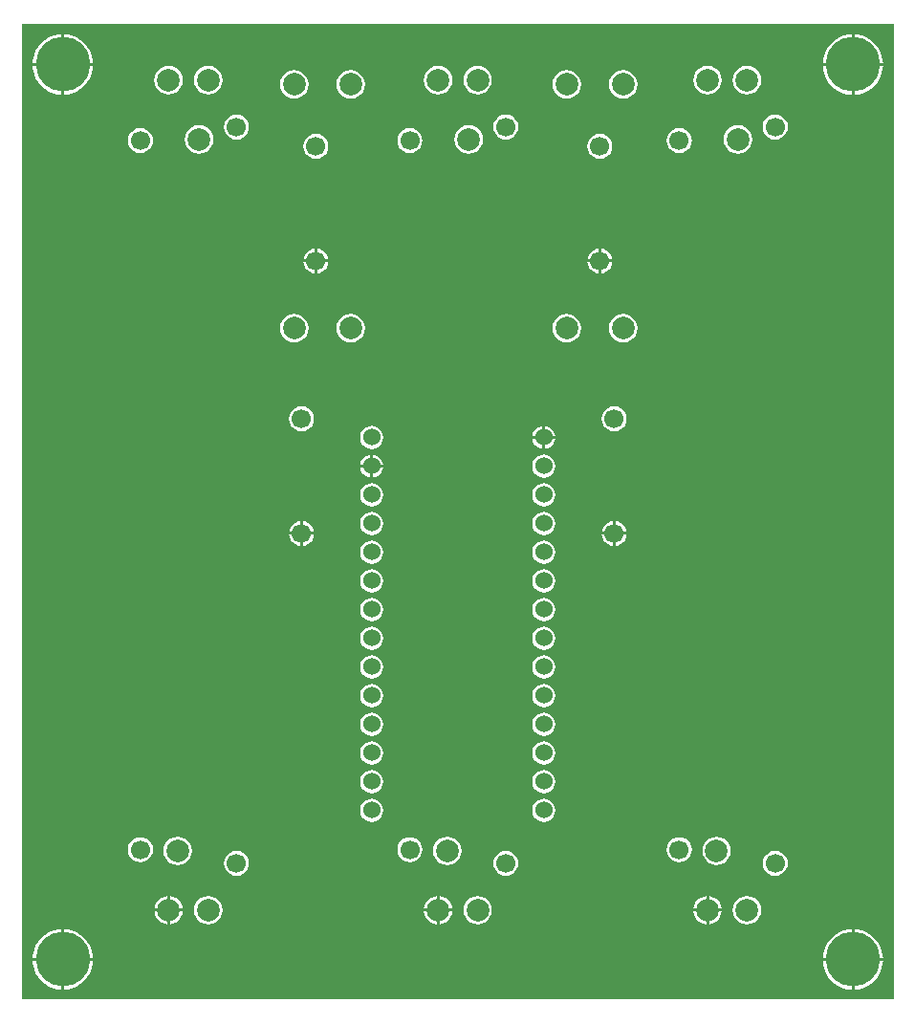
<source format=gbl>
G04 Layer_Physical_Order=2*
G04 Layer_Color=11436288*
%FSLAX25Y25*%
%MOIN*%
G70*
G01*
G75*
%ADD12C,0.19000*%
%ADD13C,0.06000*%
%ADD14C,0.06693*%
%ADD15C,0.07874*%
G36*
X304000D02*
X0D01*
Y340000D01*
X0Y340000D01*
X304000D01*
Y0D01*
D02*
G37*
%LPC*%
G36*
X122000Y100034D02*
X120956Y99897D01*
X119983Y99494D01*
X119147Y98853D01*
X118506Y98017D01*
X118103Y97044D01*
X117965Y96000D01*
X118103Y94956D01*
X118506Y93983D01*
X119147Y93147D01*
X119983Y92506D01*
X120956Y92103D01*
X122000Y91966D01*
X123044Y92103D01*
X124017Y92506D01*
X124853Y93147D01*
X125494Y93983D01*
X125897Y94956D01*
X126034Y96000D01*
X125897Y97044D01*
X125494Y98017D01*
X124853Y98853D01*
X124017Y99494D01*
X123044Y99897D01*
X122000Y100034D01*
D02*
G37*
G36*
X182000Y90035D02*
X180956Y89897D01*
X179983Y89494D01*
X179147Y88853D01*
X178506Y88017D01*
X178103Y87044D01*
X177965Y86000D01*
X178103Y84956D01*
X178506Y83983D01*
X179147Y83147D01*
X179983Y82506D01*
X180956Y82103D01*
X182000Y81966D01*
X183044Y82103D01*
X184017Y82506D01*
X184853Y83147D01*
X185494Y83983D01*
X185897Y84956D01*
X186035Y86000D01*
X185897Y87044D01*
X185494Y88017D01*
X184853Y88853D01*
X184017Y89494D01*
X183044Y89897D01*
X182000Y90035D01*
D02*
G37*
G36*
X122000D02*
X120956Y89897D01*
X119983Y89494D01*
X119147Y88853D01*
X118506Y88017D01*
X118103Y87044D01*
X117965Y86000D01*
X118103Y84956D01*
X118506Y83983D01*
X119147Y83147D01*
X119983Y82506D01*
X120956Y82103D01*
X122000Y81966D01*
X123044Y82103D01*
X124017Y82506D01*
X124853Y83147D01*
X125494Y83983D01*
X125897Y84956D01*
X126034Y86000D01*
X125897Y87044D01*
X125494Y88017D01*
X124853Y88853D01*
X124017Y89494D01*
X123044Y89897D01*
X122000Y90035D01*
D02*
G37*
G36*
X182000Y100034D02*
X180956Y99897D01*
X179983Y99494D01*
X179147Y98853D01*
X178506Y98017D01*
X178103Y97044D01*
X177965Y96000D01*
X178103Y94956D01*
X178506Y93983D01*
X179147Y93147D01*
X179983Y92506D01*
X180956Y92103D01*
X182000Y91966D01*
X183044Y92103D01*
X184017Y92506D01*
X184853Y93147D01*
X185494Y93983D01*
X185897Y94956D01*
X186035Y96000D01*
X185897Y97044D01*
X185494Y98017D01*
X184853Y98853D01*
X184017Y99494D01*
X183044Y99897D01*
X182000Y100034D01*
D02*
G37*
G36*
X122000Y120035D02*
X120956Y119897D01*
X119983Y119494D01*
X119147Y118853D01*
X118506Y118017D01*
X118103Y117044D01*
X117965Y116000D01*
X118103Y114956D01*
X118506Y113983D01*
X119147Y113147D01*
X119983Y112506D01*
X120956Y112103D01*
X122000Y111966D01*
X123044Y112103D01*
X124017Y112506D01*
X124853Y113147D01*
X125494Y113983D01*
X125897Y114956D01*
X126034Y116000D01*
X125897Y117044D01*
X125494Y118017D01*
X124853Y118853D01*
X124017Y119494D01*
X123044Y119897D01*
X122000Y120035D01*
D02*
G37*
G36*
X182000Y110035D02*
X180956Y109897D01*
X179983Y109494D01*
X179147Y108853D01*
X178506Y108017D01*
X178103Y107044D01*
X177965Y106000D01*
X178103Y104956D01*
X178506Y103983D01*
X179147Y103147D01*
X179983Y102506D01*
X180956Y102103D01*
X182000Y101965D01*
X183044Y102103D01*
X184017Y102506D01*
X184853Y103147D01*
X185494Y103983D01*
X185897Y104956D01*
X186035Y106000D01*
X185897Y107044D01*
X185494Y108017D01*
X184853Y108853D01*
X184017Y109494D01*
X183044Y109897D01*
X182000Y110035D01*
D02*
G37*
G36*
X122000D02*
X120956Y109897D01*
X119983Y109494D01*
X119147Y108853D01*
X118506Y108017D01*
X118103Y107044D01*
X117965Y106000D01*
X118103Y104956D01*
X118506Y103983D01*
X119147Y103147D01*
X119983Y102506D01*
X120956Y102103D01*
X122000Y101965D01*
X123044Y102103D01*
X124017Y102506D01*
X124853Y103147D01*
X125494Y103983D01*
X125897Y104956D01*
X126034Y106000D01*
X125897Y107044D01*
X125494Y108017D01*
X124853Y108853D01*
X124017Y109494D01*
X123044Y109897D01*
X122000Y110035D01*
D02*
G37*
G36*
X229228Y56632D02*
X228094Y56483D01*
X227036Y56045D01*
X226129Y55348D01*
X225432Y54440D01*
X224994Y53383D01*
X224844Y52248D01*
X224994Y51113D01*
X225432Y50056D01*
X226129Y49148D01*
X227036Y48451D01*
X228094Y48013D01*
X229228Y47864D01*
X230363Y48013D01*
X231420Y48451D01*
X232328Y49148D01*
X233025Y50056D01*
X233463Y51113D01*
X233612Y52248D01*
X233463Y53383D01*
X233025Y54440D01*
X232328Y55348D01*
X231420Y56045D01*
X230363Y56483D01*
X229228Y56632D01*
D02*
G37*
G36*
X135287D02*
X134153Y56483D01*
X133095Y56045D01*
X132187Y55348D01*
X131491Y54440D01*
X131053Y53383D01*
X130903Y52248D01*
X131053Y51113D01*
X131491Y50056D01*
X132187Y49148D01*
X133095Y48451D01*
X134153Y48013D01*
X135287Y47864D01*
X136422Y48013D01*
X137479Y48451D01*
X138387Y49148D01*
X139084Y50056D01*
X139522Y51113D01*
X139671Y52248D01*
X139522Y53383D01*
X139084Y54440D01*
X138387Y55348D01*
X137479Y56045D01*
X136422Y56483D01*
X135287Y56632D01*
D02*
G37*
G36*
X41346D02*
X40212Y56483D01*
X39154Y56045D01*
X38247Y55348D01*
X37550Y54440D01*
X37112Y53383D01*
X36962Y52248D01*
X37112Y51113D01*
X37550Y50056D01*
X38247Y49148D01*
X39154Y48451D01*
X40212Y48013D01*
X41346Y47864D01*
X42481Y48013D01*
X43538Y48451D01*
X44446Y49148D01*
X45143Y50056D01*
X45581Y51113D01*
X45730Y52248D01*
X45581Y53383D01*
X45143Y54440D01*
X44446Y55348D01*
X43538Y56045D01*
X42481Y56483D01*
X41346Y56632D01*
D02*
G37*
G36*
X122000Y70034D02*
X120956Y69897D01*
X119983Y69494D01*
X119147Y68853D01*
X118506Y68017D01*
X118103Y67044D01*
X117965Y66000D01*
X118103Y64956D01*
X118506Y63983D01*
X119147Y63147D01*
X119983Y62506D01*
X120956Y62103D01*
X122000Y61966D01*
X123044Y62103D01*
X124017Y62506D01*
X124853Y63147D01*
X125494Y63983D01*
X125897Y64956D01*
X126034Y66000D01*
X125897Y67044D01*
X125494Y68017D01*
X124853Y68853D01*
X124017Y69494D01*
X123044Y69897D01*
X122000Y70034D01*
D02*
G37*
G36*
X182000Y80035D02*
X180956Y79897D01*
X179983Y79494D01*
X179147Y78853D01*
X178506Y78017D01*
X178103Y77044D01*
X177965Y76000D01*
X178103Y74956D01*
X178506Y73983D01*
X179147Y73147D01*
X179983Y72506D01*
X180956Y72103D01*
X182000Y71965D01*
X183044Y72103D01*
X184017Y72506D01*
X184853Y73147D01*
X185494Y73983D01*
X185897Y74956D01*
X186035Y76000D01*
X185897Y77044D01*
X185494Y78017D01*
X184853Y78853D01*
X184017Y79494D01*
X183044Y79897D01*
X182000Y80035D01*
D02*
G37*
G36*
X122000D02*
X120956Y79897D01*
X119983Y79494D01*
X119147Y78853D01*
X118506Y78017D01*
X118103Y77044D01*
X117965Y76000D01*
X118103Y74956D01*
X118506Y73983D01*
X119147Y73147D01*
X119983Y72506D01*
X120956Y72103D01*
X122000Y71965D01*
X123044Y72103D01*
X124017Y72506D01*
X124853Y73147D01*
X125494Y73983D01*
X125897Y74956D01*
X126034Y76000D01*
X125897Y77044D01*
X125494Y78017D01*
X124853Y78853D01*
X124017Y79494D01*
X123044Y79897D01*
X122000Y80035D01*
D02*
G37*
G36*
X182000Y70034D02*
X180956Y69897D01*
X179983Y69494D01*
X179147Y68853D01*
X178506Y68017D01*
X178103Y67044D01*
X177965Y66000D01*
X178103Y64956D01*
X178506Y63983D01*
X179147Y63147D01*
X179983Y62506D01*
X180956Y62103D01*
X182000Y61966D01*
X183044Y62103D01*
X184017Y62506D01*
X184853Y63147D01*
X185494Y63983D01*
X185897Y64956D01*
X186035Y66000D01*
X185897Y67044D01*
X185494Y68017D01*
X184853Y68853D01*
X184017Y69494D01*
X183044Y69897D01*
X182000Y70034D01*
D02*
G37*
G36*
Y120035D02*
X180956Y119897D01*
X179983Y119494D01*
X179147Y118853D01*
X178506Y118017D01*
X178103Y117044D01*
X177965Y116000D01*
X178103Y114956D01*
X178506Y113983D01*
X179147Y113147D01*
X179983Y112506D01*
X180956Y112103D01*
X182000Y111966D01*
X183044Y112103D01*
X184017Y112506D01*
X184853Y113147D01*
X185494Y113983D01*
X185897Y114956D01*
X186035Y116000D01*
X185897Y117044D01*
X185494Y118017D01*
X184853Y118853D01*
X184017Y119494D01*
X183044Y119897D01*
X182000Y120035D01*
D02*
G37*
G36*
X101818Y162000D02*
X98000D01*
Y158182D01*
X98635Y158265D01*
X99692Y158703D01*
X100600Y159400D01*
X101297Y160308D01*
X101735Y161365D01*
X101818Y162000D01*
D02*
G37*
G36*
X97000D02*
X93182D01*
X93265Y161365D01*
X93703Y160308D01*
X94400Y159400D01*
X95308Y158703D01*
X96365Y158265D01*
X97000Y158182D01*
Y162000D01*
D02*
G37*
G36*
X182000Y160035D02*
X180956Y159897D01*
X179983Y159494D01*
X179147Y158853D01*
X178506Y158017D01*
X178103Y157044D01*
X177965Y156000D01*
X178103Y154956D01*
X178506Y153983D01*
X179147Y153147D01*
X179983Y152506D01*
X180956Y152103D01*
X182000Y151965D01*
X183044Y152103D01*
X184017Y152506D01*
X184853Y153147D01*
X185494Y153983D01*
X185897Y154956D01*
X186035Y156000D01*
X185897Y157044D01*
X185494Y158017D01*
X184853Y158853D01*
X184017Y159494D01*
X183044Y159897D01*
X182000Y160035D01*
D02*
G37*
G36*
X206000Y162000D02*
X202182D01*
X202265Y161365D01*
X202703Y160308D01*
X203400Y159400D01*
X204308Y158703D01*
X205365Y158265D01*
X206000Y158182D01*
Y162000D01*
D02*
G37*
G36*
X182000Y170035D02*
X180956Y169897D01*
X179983Y169494D01*
X179147Y168853D01*
X178506Y168017D01*
X178103Y167044D01*
X177965Y166000D01*
X178103Y164956D01*
X178506Y163983D01*
X179147Y163147D01*
X179983Y162506D01*
X180956Y162103D01*
X182000Y161966D01*
X183044Y162103D01*
X184017Y162506D01*
X184853Y163147D01*
X185494Y163983D01*
X185897Y164956D01*
X186035Y166000D01*
X185897Y167044D01*
X185494Y168017D01*
X184853Y168853D01*
X184017Y169494D01*
X183044Y169897D01*
X182000Y170035D01*
D02*
G37*
G36*
X122000D02*
X120956Y169897D01*
X119983Y169494D01*
X119147Y168853D01*
X118506Y168017D01*
X118103Y167044D01*
X117965Y166000D01*
X118103Y164956D01*
X118506Y163983D01*
X119147Y163147D01*
X119983Y162506D01*
X120956Y162103D01*
X122000Y161966D01*
X123044Y162103D01*
X124017Y162506D01*
X124853Y163147D01*
X125494Y163983D01*
X125897Y164956D01*
X126034Y166000D01*
X125897Y167044D01*
X125494Y168017D01*
X124853Y168853D01*
X124017Y169494D01*
X123044Y169897D01*
X122000Y170035D01*
D02*
G37*
G36*
X210818Y162000D02*
X207000D01*
Y158182D01*
X207635Y158265D01*
X208692Y158703D01*
X209600Y159400D01*
X210297Y160308D01*
X210735Y161365D01*
X210818Y162000D01*
D02*
G37*
G36*
X122000Y140034D02*
X120956Y139897D01*
X119983Y139494D01*
X119147Y138853D01*
X118506Y138017D01*
X118103Y137044D01*
X117965Y136000D01*
X118103Y134956D01*
X118506Y133983D01*
X119147Y133147D01*
X119983Y132506D01*
X120956Y132103D01*
X122000Y131965D01*
X123044Y132103D01*
X124017Y132506D01*
X124853Y133147D01*
X125494Y133983D01*
X125897Y134956D01*
X126034Y136000D01*
X125897Y137044D01*
X125494Y138017D01*
X124853Y138853D01*
X124017Y139494D01*
X123044Y139897D01*
X122000Y140034D01*
D02*
G37*
G36*
X182000Y130034D02*
X180956Y129897D01*
X179983Y129494D01*
X179147Y128853D01*
X178506Y128017D01*
X178103Y127044D01*
X177965Y126000D01*
X178103Y124956D01*
X178506Y123983D01*
X179147Y123147D01*
X179983Y122506D01*
X180956Y122103D01*
X182000Y121966D01*
X183044Y122103D01*
X184017Y122506D01*
X184853Y123147D01*
X185494Y123983D01*
X185897Y124956D01*
X186035Y126000D01*
X185897Y127044D01*
X185494Y128017D01*
X184853Y128853D01*
X184017Y129494D01*
X183044Y129897D01*
X182000Y130034D01*
D02*
G37*
G36*
X122000D02*
X120956Y129897D01*
X119983Y129494D01*
X119147Y128853D01*
X118506Y128017D01*
X118103Y127044D01*
X117965Y126000D01*
X118103Y124956D01*
X118506Y123983D01*
X119147Y123147D01*
X119983Y122506D01*
X120956Y122103D01*
X122000Y121966D01*
X123044Y122103D01*
X124017Y122506D01*
X124853Y123147D01*
X125494Y123983D01*
X125897Y124956D01*
X126034Y126000D01*
X125897Y127044D01*
X125494Y128017D01*
X124853Y128853D01*
X124017Y129494D01*
X123044Y129897D01*
X122000Y130034D01*
D02*
G37*
G36*
X182000Y140034D02*
X180956Y139897D01*
X179983Y139494D01*
X179147Y138853D01*
X178506Y138017D01*
X178103Y137044D01*
X177965Y136000D01*
X178103Y134956D01*
X178506Y133983D01*
X179147Y133147D01*
X179983Y132506D01*
X180956Y132103D01*
X182000Y131965D01*
X183044Y132103D01*
X184017Y132506D01*
X184853Y133147D01*
X185494Y133983D01*
X185897Y134956D01*
X186035Y136000D01*
X185897Y137044D01*
X185494Y138017D01*
X184853Y138853D01*
X184017Y139494D01*
X183044Y139897D01*
X182000Y140034D01*
D02*
G37*
G36*
X122000Y160035D02*
X120956Y159897D01*
X119983Y159494D01*
X119147Y158853D01*
X118506Y158017D01*
X118103Y157044D01*
X117965Y156000D01*
X118103Y154956D01*
X118506Y153983D01*
X119147Y153147D01*
X119983Y152506D01*
X120956Y152103D01*
X122000Y151965D01*
X123044Y152103D01*
X124017Y152506D01*
X124853Y153147D01*
X125494Y153983D01*
X125897Y154956D01*
X126034Y156000D01*
X125897Y157044D01*
X125494Y158017D01*
X124853Y158853D01*
X124017Y159494D01*
X123044Y159897D01*
X122000Y160035D01*
D02*
G37*
G36*
X182000Y150034D02*
X180956Y149897D01*
X179983Y149494D01*
X179147Y148853D01*
X178506Y148017D01*
X178103Y147044D01*
X177965Y146000D01*
X178103Y144956D01*
X178506Y143983D01*
X179147Y143147D01*
X179983Y142506D01*
X180956Y142103D01*
X182000Y141965D01*
X183044Y142103D01*
X184017Y142506D01*
X184853Y143147D01*
X185494Y143983D01*
X185897Y144956D01*
X186035Y146000D01*
X185897Y147044D01*
X185494Y148017D01*
X184853Y148853D01*
X184017Y149494D01*
X183044Y149897D01*
X182000Y150034D01*
D02*
G37*
G36*
X122000D02*
X120956Y149897D01*
X119983Y149494D01*
X119147Y148853D01*
X118506Y148017D01*
X118103Y147044D01*
X117965Y146000D01*
X118103Y144956D01*
X118506Y143983D01*
X119147Y143147D01*
X119983Y142506D01*
X120956Y142103D01*
X122000Y141965D01*
X123044Y142103D01*
X124017Y142506D01*
X124853Y143147D01*
X125494Y143983D01*
X125897Y144956D01*
X126034Y146000D01*
X125897Y147044D01*
X125494Y148017D01*
X124853Y148853D01*
X124017Y149494D01*
X123044Y149897D01*
X122000Y150034D01*
D02*
G37*
G36*
X158909Y36165D02*
X157621Y35995D01*
X156420Y35497D01*
X155388Y34706D01*
X154597Y33675D01*
X154100Y32474D01*
X153930Y31185D01*
X154100Y29896D01*
X154597Y28695D01*
X155388Y27664D01*
X156420Y26873D01*
X157621Y26375D01*
X158909Y26205D01*
X160198Y26375D01*
X161399Y26873D01*
X162431Y27664D01*
X163222Y28695D01*
X163719Y29896D01*
X163889Y31185D01*
X163719Y32474D01*
X163222Y33675D01*
X162431Y34706D01*
X161399Y35497D01*
X160198Y35995D01*
X158909Y36165D01*
D02*
G37*
G36*
X64968D02*
X63680Y35995D01*
X62479Y35497D01*
X61447Y34706D01*
X60656Y33675D01*
X60158Y32474D01*
X59989Y31185D01*
X60158Y29896D01*
X60656Y28695D01*
X61447Y27664D01*
X62479Y26873D01*
X63680Y26375D01*
X64968Y26205D01*
X66257Y26375D01*
X67458Y26873D01*
X68490Y27664D01*
X69281Y28695D01*
X69778Y29896D01*
X69948Y31185D01*
X69778Y32474D01*
X69281Y33675D01*
X68490Y34706D01*
X67458Y35497D01*
X66257Y35995D01*
X64968Y36165D01*
D02*
G37*
G36*
X290250Y24493D02*
Y14500D01*
X300243D01*
X300153Y15648D01*
X299767Y17255D01*
X299134Y18782D01*
X298271Y20191D01*
X297198Y21448D01*
X295941Y22521D01*
X294532Y23384D01*
X293005Y24017D01*
X291398Y24403D01*
X290250Y24493D01*
D02*
G37*
G36*
X252851Y36165D02*
X251562Y35995D01*
X250361Y35497D01*
X249329Y34706D01*
X248538Y33675D01*
X248041Y32474D01*
X247871Y31185D01*
X248041Y29896D01*
X248538Y28695D01*
X249329Y27664D01*
X250361Y26873D01*
X251562Y26375D01*
X252851Y26205D01*
X254139Y26375D01*
X255340Y26873D01*
X256372Y27664D01*
X257163Y28695D01*
X257660Y29896D01*
X257830Y31185D01*
X257660Y32474D01*
X257163Y33675D01*
X256372Y34706D01*
X255340Y35497D01*
X254139Y35995D01*
X252851Y36165D01*
D02*
G37*
G36*
X144630Y30685D02*
X140216D01*
X140320Y29896D01*
X140817Y28695D01*
X141609Y27664D01*
X142640Y26873D01*
X143841Y26375D01*
X144630Y26271D01*
Y30685D01*
D02*
G37*
G36*
X56103D02*
X51689D01*
Y26271D01*
X52478Y26375D01*
X53679Y26873D01*
X54710Y27664D01*
X55501Y28695D01*
X55999Y29896D01*
X56103Y30685D01*
D02*
G37*
G36*
X50689D02*
X46275D01*
X46379Y29896D01*
X46876Y28695D01*
X47668Y27664D01*
X48699Y26873D01*
X49900Y26375D01*
X50689Y26271D01*
Y30685D01*
D02*
G37*
G36*
X289250Y13500D02*
X279257D01*
X279347Y12352D01*
X279733Y10745D01*
X280365Y9218D01*
X281229Y7809D01*
X282302Y6552D01*
X283559Y5479D01*
X284968Y4615D01*
X286495Y3983D01*
X288102Y3597D01*
X289250Y3507D01*
Y13500D01*
D02*
G37*
G36*
X24743D02*
X14750D01*
Y3507D01*
X15898Y3597D01*
X17505Y3983D01*
X19032Y4615D01*
X20441Y5479D01*
X21698Y6552D01*
X22771Y7809D01*
X23634Y9218D01*
X24267Y10745D01*
X24653Y12352D01*
X24743Y13500D01*
D02*
G37*
G36*
X13750D02*
X3757D01*
X3847Y12352D01*
X4233Y10745D01*
X4865Y9218D01*
X5729Y7809D01*
X6802Y6552D01*
X8059Y5479D01*
X9468Y4615D01*
X10995Y3983D01*
X12602Y3597D01*
X13750Y3507D01*
Y13500D01*
D02*
G37*
G36*
X300243D02*
X290250D01*
Y3507D01*
X291398Y3597D01*
X293005Y3983D01*
X294532Y4615D01*
X295941Y5479D01*
X297198Y6552D01*
X298271Y7809D01*
X299134Y9218D01*
X299767Y10745D01*
X300153Y12352D01*
X300243Y13500D01*
D02*
G37*
G36*
X289250Y24493D02*
X288102Y24403D01*
X286495Y24017D01*
X284968Y23384D01*
X283559Y22521D01*
X282302Y21448D01*
X281229Y20191D01*
X280365Y18782D01*
X279733Y17255D01*
X279347Y15648D01*
X279257Y14500D01*
X289250D01*
Y24493D01*
D02*
G37*
G36*
X14750D02*
Y14500D01*
X24743D01*
X24653Y15648D01*
X24267Y17255D01*
X23634Y18782D01*
X22771Y20191D01*
X21698Y21448D01*
X20441Y22521D01*
X19032Y23384D01*
X17505Y24017D01*
X15898Y24403D01*
X14750Y24493D01*
D02*
G37*
G36*
X13750D02*
X12602Y24403D01*
X10995Y24017D01*
X9468Y23384D01*
X8059Y22521D01*
X6802Y21448D01*
X5729Y20191D01*
X4865Y18782D01*
X4233Y17255D01*
X3847Y15648D01*
X3757Y14500D01*
X13750D01*
Y24493D01*
D02*
G37*
G36*
X150044Y30685D02*
X145630D01*
Y26271D01*
X146419Y26375D01*
X147620Y26873D01*
X148651Y27664D01*
X149442Y28695D01*
X149940Y29896D01*
X150044Y30685D01*
D02*
G37*
G36*
X168752Y51908D02*
X167617Y51758D01*
X166560Y51320D01*
X165652Y50624D01*
X164955Y49716D01*
X164517Y48658D01*
X164368Y47524D01*
X164517Y46389D01*
X164955Y45332D01*
X165652Y44424D01*
X166560Y43727D01*
X167617Y43289D01*
X168752Y43140D01*
X169887Y43289D01*
X170944Y43727D01*
X171852Y44424D01*
X172549Y45332D01*
X172987Y46389D01*
X173136Y47524D01*
X172987Y48658D01*
X172549Y49716D01*
X171852Y50624D01*
X170944Y51320D01*
X169887Y51758D01*
X168752Y51908D01*
D02*
G37*
G36*
X74811D02*
X73676Y51758D01*
X72619Y51320D01*
X71711Y50624D01*
X71014Y49716D01*
X70576Y48658D01*
X70427Y47524D01*
X70576Y46389D01*
X71014Y45332D01*
X71711Y44424D01*
X72619Y43727D01*
X73676Y43289D01*
X74811Y43140D01*
X75946Y43289D01*
X77003Y43727D01*
X77911Y44424D01*
X78608Y45332D01*
X79046Y46389D01*
X79195Y47524D01*
X79046Y48658D01*
X78608Y49716D01*
X77911Y50624D01*
X77003Y51320D01*
X75946Y51758D01*
X74811Y51908D01*
D02*
G37*
G36*
X239571Y36099D02*
Y31685D01*
X243985D01*
X243881Y32474D01*
X243383Y33675D01*
X242592Y34706D01*
X241561Y35497D01*
X240360Y35995D01*
X239571Y36099D01*
D02*
G37*
G36*
X262693Y51908D02*
X261558Y51758D01*
X260501Y51320D01*
X259593Y50624D01*
X258896Y49716D01*
X258458Y48658D01*
X258309Y47524D01*
X258458Y46389D01*
X258896Y45332D01*
X259593Y44424D01*
X260501Y43727D01*
X261558Y43289D01*
X262693Y43140D01*
X263828Y43289D01*
X264885Y43727D01*
X265793Y44424D01*
X266490Y45332D01*
X266928Y46389D01*
X267077Y47524D01*
X266928Y48658D01*
X266490Y49716D01*
X265793Y50624D01*
X264885Y51320D01*
X263828Y51758D01*
X262693Y51908D01*
D02*
G37*
G36*
X242220Y56834D02*
X240932Y56664D01*
X239731Y56167D01*
X238699Y55375D01*
X237908Y54344D01*
X237411Y53143D01*
X237241Y51854D01*
X237411Y50565D01*
X237908Y49365D01*
X238699Y48333D01*
X239731Y47542D01*
X240932Y47044D01*
X242220Y46875D01*
X243509Y47044D01*
X244710Y47542D01*
X245742Y48333D01*
X246533Y49365D01*
X247030Y50565D01*
X247200Y51854D01*
X247030Y53143D01*
X246533Y54344D01*
X245742Y55375D01*
X244710Y56167D01*
X243509Y56664D01*
X242220Y56834D01*
D02*
G37*
G36*
X148280D02*
X146991Y56664D01*
X145790Y56167D01*
X144758Y55375D01*
X143967Y54344D01*
X143470Y53143D01*
X143300Y51854D01*
X143470Y50565D01*
X143967Y49365D01*
X144758Y48333D01*
X145790Y47542D01*
X146991Y47044D01*
X148280Y46875D01*
X149568Y47044D01*
X150769Y47542D01*
X151801Y48333D01*
X152592Y49365D01*
X153089Y50565D01*
X153259Y51854D01*
X153089Y53143D01*
X152592Y54344D01*
X151801Y55375D01*
X150769Y56167D01*
X149568Y56664D01*
X148280Y56834D01*
D02*
G37*
G36*
X54339D02*
X53050Y56664D01*
X51849Y56167D01*
X50817Y55375D01*
X50026Y54344D01*
X49529Y53143D01*
X49359Y51854D01*
X49529Y50565D01*
X50026Y49365D01*
X50817Y48333D01*
X51849Y47542D01*
X53050Y47044D01*
X54339Y46875D01*
X55627Y47044D01*
X56828Y47542D01*
X57860Y48333D01*
X58651Y49365D01*
X59149Y50565D01*
X59318Y51854D01*
X59149Y53143D01*
X58651Y54344D01*
X57860Y55375D01*
X56828Y56167D01*
X55627Y56664D01*
X54339Y56834D01*
D02*
G37*
G36*
X50689Y36099D02*
X49900Y35995D01*
X48699Y35497D01*
X47668Y34706D01*
X46876Y33675D01*
X46379Y32474D01*
X46275Y31685D01*
X50689D01*
Y36099D01*
D02*
G37*
G36*
X243985Y30685D02*
X239571D01*
Y26271D01*
X240360Y26375D01*
X241561Y26873D01*
X242592Y27664D01*
X243383Y28695D01*
X243881Y29896D01*
X243985Y30685D01*
D02*
G37*
G36*
X238571D02*
X234157D01*
X234261Y29896D01*
X234758Y28695D01*
X235550Y27664D01*
X236581Y26873D01*
X237782Y26375D01*
X238571Y26271D01*
Y30685D01*
D02*
G37*
G36*
X51689Y36099D02*
Y31685D01*
X56103D01*
X55999Y32474D01*
X55501Y33675D01*
X54710Y34706D01*
X53679Y35497D01*
X52478Y35995D01*
X51689Y36099D01*
D02*
G37*
G36*
X238571D02*
X237782Y35995D01*
X236581Y35497D01*
X235550Y34706D01*
X234758Y33675D01*
X234261Y32474D01*
X234157Y31685D01*
X238571D01*
Y36099D01*
D02*
G37*
G36*
X145630D02*
Y31685D01*
X150044D01*
X149940Y32474D01*
X149442Y33675D01*
X148651Y34706D01*
X147620Y35497D01*
X146419Y35995D01*
X145630Y36099D01*
D02*
G37*
G36*
X144630D02*
X143841Y35995D01*
X142640Y35497D01*
X141609Y34706D01*
X140817Y33675D01*
X140320Y32474D01*
X140216Y31685D01*
X144630D01*
Y36099D01*
D02*
G37*
G36*
X168752Y308600D02*
X167617Y308451D01*
X166560Y308013D01*
X165652Y307316D01*
X164955Y306409D01*
X164517Y305351D01*
X164368Y304217D01*
X164517Y303082D01*
X164955Y302025D01*
X165652Y301117D01*
X166560Y300420D01*
X167617Y299982D01*
X168752Y299833D01*
X169887Y299982D01*
X170944Y300420D01*
X171852Y301117D01*
X172549Y302025D01*
X172987Y303082D01*
X173136Y304217D01*
X172987Y305351D01*
X172549Y306409D01*
X171852Y307316D01*
X170944Y308013D01*
X169887Y308451D01*
X168752Y308600D01*
D02*
G37*
G36*
X74811D02*
X73676Y308451D01*
X72619Y308013D01*
X71711Y307316D01*
X71014Y306409D01*
X70576Y305351D01*
X70427Y304217D01*
X70576Y303082D01*
X71014Y302025D01*
X71711Y301117D01*
X72619Y300420D01*
X73676Y299982D01*
X74811Y299833D01*
X75946Y299982D01*
X77003Y300420D01*
X77911Y301117D01*
X78608Y302025D01*
X79046Y303082D01*
X79195Y304217D01*
X79046Y305351D01*
X78608Y306409D01*
X77911Y307316D01*
X77003Y308013D01*
X75946Y308451D01*
X74811Y308600D01*
D02*
G37*
G36*
X229228Y303876D02*
X228094Y303727D01*
X227036Y303289D01*
X226129Y302592D01*
X225432Y301684D01*
X224994Y300627D01*
X224844Y299492D01*
X224994Y298358D01*
X225432Y297300D01*
X226129Y296392D01*
X227036Y295695D01*
X228094Y295257D01*
X229228Y295108D01*
X230363Y295257D01*
X231420Y295695D01*
X232328Y296392D01*
X233025Y297300D01*
X233463Y298358D01*
X233612Y299492D01*
X233463Y300627D01*
X233025Y301684D01*
X232328Y302592D01*
X231420Y303289D01*
X230363Y303727D01*
X229228Y303876D01*
D02*
G37*
G36*
X262693Y308600D02*
X261558Y308451D01*
X260501Y308013D01*
X259593Y307316D01*
X258896Y306409D01*
X258458Y305351D01*
X258309Y304217D01*
X258458Y303082D01*
X258896Y302025D01*
X259593Y301117D01*
X260501Y300420D01*
X261558Y299982D01*
X262693Y299833D01*
X263828Y299982D01*
X264885Y300420D01*
X265793Y301117D01*
X266490Y302025D01*
X266928Y303082D01*
X267077Y304217D01*
X266928Y305351D01*
X266490Y306409D01*
X265793Y307316D01*
X264885Y308013D01*
X263828Y308451D01*
X262693Y308600D01*
D02*
G37*
G36*
X189941Y324074D02*
X188652Y323904D01*
X187451Y323407D01*
X186420Y322616D01*
X185628Y321584D01*
X185131Y320383D01*
X184961Y319094D01*
X185131Y317806D01*
X185628Y316605D01*
X186420Y315573D01*
X187451Y314782D01*
X188652Y314285D01*
X189941Y314115D01*
X191230Y314285D01*
X192431Y314782D01*
X193462Y315573D01*
X194253Y316605D01*
X194751Y317806D01*
X194921Y319094D01*
X194751Y320383D01*
X194253Y321584D01*
X193462Y322616D01*
X192431Y323407D01*
X191230Y323904D01*
X189941Y324074D01*
D02*
G37*
G36*
X114626D02*
X113337Y323904D01*
X112136Y323407D01*
X111105Y322616D01*
X110313Y321584D01*
X109816Y320383D01*
X109646Y319094D01*
X109816Y317806D01*
X110313Y316605D01*
X111105Y315573D01*
X112136Y314782D01*
X113337Y314285D01*
X114626Y314115D01*
X115915Y314285D01*
X117116Y314782D01*
X118147Y315573D01*
X118938Y316605D01*
X119436Y317806D01*
X119606Y319094D01*
X119436Y320383D01*
X118938Y321584D01*
X118147Y322616D01*
X117116Y323407D01*
X115915Y323904D01*
X114626Y324074D01*
D02*
G37*
G36*
X94941D02*
X93652Y323904D01*
X92451Y323407D01*
X91420Y322616D01*
X90628Y321584D01*
X90131Y320383D01*
X89961Y319094D01*
X90131Y317806D01*
X90628Y316605D01*
X91420Y315573D01*
X92451Y314782D01*
X93652Y314285D01*
X94941Y314115D01*
X96230Y314285D01*
X97431Y314782D01*
X98462Y315573D01*
X99253Y316605D01*
X99751Y317806D01*
X99921Y319094D01*
X99751Y320383D01*
X99253Y321584D01*
X98462Y322616D01*
X97431Y323407D01*
X96230Y323904D01*
X94941Y324074D01*
D02*
G37*
G36*
X61819Y304865D02*
X60530Y304696D01*
X59329Y304198D01*
X58298Y303407D01*
X57506Y302376D01*
X57009Y301175D01*
X56839Y299886D01*
X57009Y298597D01*
X57506Y297396D01*
X58298Y296365D01*
X59329Y295573D01*
X60530Y295076D01*
X61819Y294906D01*
X63108Y295076D01*
X64309Y295573D01*
X65340Y296365D01*
X66131Y297396D01*
X66629Y298597D01*
X66799Y299886D01*
X66629Y301175D01*
X66131Y302376D01*
X65340Y303407D01*
X64309Y304198D01*
X63108Y304696D01*
X61819Y304865D01*
D02*
G37*
G36*
X201500Y301884D02*
X200365Y301735D01*
X199308Y301297D01*
X198400Y300600D01*
X197703Y299692D01*
X197265Y298635D01*
X197116Y297500D01*
X197265Y296365D01*
X197703Y295308D01*
X198400Y294400D01*
X199308Y293703D01*
X200365Y293265D01*
X201500Y293116D01*
X202635Y293265D01*
X203692Y293703D01*
X204600Y294400D01*
X205297Y295308D01*
X205735Y296365D01*
X205884Y297500D01*
X205735Y298635D01*
X205297Y299692D01*
X204600Y300600D01*
X203692Y301297D01*
X202635Y301735D01*
X201500Y301884D01*
D02*
G37*
G36*
X102500D02*
X101365Y301735D01*
X100308Y301297D01*
X99400Y300600D01*
X98703Y299692D01*
X98265Y298635D01*
X98116Y297500D01*
X98265Y296365D01*
X98703Y295308D01*
X99400Y294400D01*
X100308Y293703D01*
X101365Y293265D01*
X102500Y293116D01*
X103635Y293265D01*
X104692Y293703D01*
X105600Y294400D01*
X106297Y295308D01*
X106735Y296365D01*
X106884Y297500D01*
X106735Y298635D01*
X106297Y299692D01*
X105600Y300600D01*
X104692Y301297D01*
X103635Y301735D01*
X102500Y301884D01*
D02*
G37*
G36*
X155760Y304865D02*
X154471Y304696D01*
X153270Y304198D01*
X152239Y303407D01*
X151447Y302376D01*
X150950Y301175D01*
X150780Y299886D01*
X150950Y298597D01*
X151447Y297396D01*
X152239Y296365D01*
X153270Y295573D01*
X154471Y295076D01*
X155760Y294906D01*
X157049Y295076D01*
X158250Y295573D01*
X159281Y296365D01*
X160072Y297396D01*
X160570Y298597D01*
X160740Y299886D01*
X160570Y301175D01*
X160072Y302376D01*
X159281Y303407D01*
X158250Y304198D01*
X157049Y304696D01*
X155760Y304865D01*
D02*
G37*
G36*
X135287Y303876D02*
X134153Y303727D01*
X133095Y303289D01*
X132187Y302592D01*
X131491Y301684D01*
X131053Y300627D01*
X130903Y299492D01*
X131053Y298358D01*
X131491Y297300D01*
X132187Y296392D01*
X133095Y295695D01*
X134153Y295257D01*
X135287Y295108D01*
X136422Y295257D01*
X137479Y295695D01*
X138387Y296392D01*
X139084Y297300D01*
X139522Y298358D01*
X139671Y299492D01*
X139522Y300627D01*
X139084Y301684D01*
X138387Y302592D01*
X137479Y303289D01*
X136422Y303727D01*
X135287Y303876D01*
D02*
G37*
G36*
X41346D02*
X40212Y303727D01*
X39154Y303289D01*
X38247Y302592D01*
X37550Y301684D01*
X37112Y300627D01*
X36962Y299492D01*
X37112Y298358D01*
X37550Y297300D01*
X38247Y296392D01*
X39154Y295695D01*
X40212Y295257D01*
X41346Y295108D01*
X42481Y295257D01*
X43538Y295695D01*
X44446Y296392D01*
X45143Y297300D01*
X45581Y298358D01*
X45730Y299492D01*
X45581Y300627D01*
X45143Y301684D01*
X44446Y302592D01*
X43538Y303289D01*
X42481Y303727D01*
X41346Y303876D01*
D02*
G37*
G36*
X249701Y304865D02*
X248412Y304696D01*
X247211Y304198D01*
X246180Y303407D01*
X245388Y302376D01*
X244891Y301175D01*
X244721Y299886D01*
X244891Y298597D01*
X245388Y297396D01*
X246180Y296365D01*
X247211Y295573D01*
X248412Y295076D01*
X249701Y294906D01*
X250990Y295076D01*
X252191Y295573D01*
X253222Y296365D01*
X254013Y297396D01*
X254511Y298597D01*
X254680Y299886D01*
X254511Y301175D01*
X254013Y302376D01*
X253222Y303407D01*
X252191Y304198D01*
X250990Y304696D01*
X249701Y304865D01*
D02*
G37*
G36*
X209626Y324074D02*
X208337Y323904D01*
X207136Y323407D01*
X206105Y322616D01*
X205313Y321584D01*
X204816Y320383D01*
X204646Y319094D01*
X204816Y317806D01*
X205313Y316605D01*
X206105Y315573D01*
X207136Y314782D01*
X208337Y314285D01*
X209626Y314115D01*
X210915Y314285D01*
X212116Y314782D01*
X213147Y315573D01*
X213938Y316605D01*
X214436Y317806D01*
X214606Y319094D01*
X214436Y320383D01*
X213938Y321584D01*
X213147Y322616D01*
X212116Y323407D01*
X210915Y323904D01*
X209626Y324074D01*
D02*
G37*
G36*
X252851Y325535D02*
X251562Y325365D01*
X250361Y324868D01*
X249329Y324076D01*
X248538Y323045D01*
X248041Y321844D01*
X247871Y320555D01*
X248041Y319266D01*
X248538Y318065D01*
X249329Y317034D01*
X250361Y316243D01*
X251562Y315745D01*
X252851Y315576D01*
X254139Y315745D01*
X255340Y316243D01*
X256372Y317034D01*
X257163Y318065D01*
X257660Y319266D01*
X257830Y320555D01*
X257660Y321844D01*
X257163Y323045D01*
X256372Y324076D01*
X255340Y324868D01*
X254139Y325365D01*
X252851Y325535D01*
D02*
G37*
G36*
X239071D02*
X237782Y325365D01*
X236581Y324868D01*
X235550Y324076D01*
X234758Y323045D01*
X234261Y321844D01*
X234091Y320555D01*
X234261Y319266D01*
X234758Y318065D01*
X235550Y317034D01*
X236581Y316243D01*
X237782Y315745D01*
X239071Y315576D01*
X240360Y315745D01*
X241561Y316243D01*
X242592Y317034D01*
X243383Y318065D01*
X243881Y319266D01*
X244051Y320555D01*
X243881Y321844D01*
X243383Y323045D01*
X242592Y324076D01*
X241561Y324868D01*
X240360Y325365D01*
X239071Y325535D01*
D02*
G37*
G36*
X158909D02*
X157621Y325365D01*
X156420Y324868D01*
X155388Y324076D01*
X154597Y323045D01*
X154100Y321844D01*
X153930Y320555D01*
X154100Y319266D01*
X154597Y318065D01*
X155388Y317034D01*
X156420Y316243D01*
X157621Y315745D01*
X158909Y315576D01*
X160198Y315745D01*
X161399Y316243D01*
X162431Y317034D01*
X163222Y318065D01*
X163719Y319266D01*
X163889Y320555D01*
X163719Y321844D01*
X163222Y323045D01*
X162431Y324076D01*
X161399Y324868D01*
X160198Y325365D01*
X158909Y325535D01*
D02*
G37*
G36*
X13750Y336493D02*
X12602Y336403D01*
X10995Y336017D01*
X9468Y335384D01*
X8059Y334521D01*
X6802Y333448D01*
X5729Y332191D01*
X4865Y330782D01*
X4233Y329255D01*
X3847Y327648D01*
X3757Y326500D01*
X13750D01*
Y336493D01*
D02*
G37*
G36*
X290250D02*
Y326500D01*
X300243D01*
X300153Y327648D01*
X299767Y329255D01*
X299134Y330782D01*
X298271Y332191D01*
X297198Y333448D01*
X295941Y334521D01*
X294532Y335384D01*
X293005Y336017D01*
X291398Y336403D01*
X290250Y336493D01*
D02*
G37*
G36*
X289250D02*
X288102Y336403D01*
X286495Y336017D01*
X284968Y335384D01*
X283559Y334521D01*
X282302Y333448D01*
X281229Y332191D01*
X280365Y330782D01*
X279733Y329255D01*
X279347Y327648D01*
X279257Y326500D01*
X289250D01*
Y336493D01*
D02*
G37*
G36*
X14750D02*
Y326500D01*
X24743D01*
X24653Y327648D01*
X24267Y329255D01*
X23634Y330782D01*
X22771Y332191D01*
X21698Y333448D01*
X20441Y334521D01*
X19032Y335384D01*
X17505Y336017D01*
X15898Y336403D01*
X14750Y336493D01*
D02*
G37*
G36*
X289250Y325500D02*
X279257D01*
X279347Y324352D01*
X279733Y322745D01*
X280365Y321218D01*
X281229Y319809D01*
X282302Y318552D01*
X283559Y317479D01*
X284968Y316616D01*
X286495Y315983D01*
X288102Y315597D01*
X289250Y315507D01*
Y325500D01*
D02*
G37*
G36*
X24743D02*
X14750D01*
Y315507D01*
X15898Y315597D01*
X17505Y315983D01*
X19032Y316616D01*
X20441Y317479D01*
X21698Y318552D01*
X22771Y319809D01*
X23634Y321218D01*
X24267Y322745D01*
X24653Y324352D01*
X24743Y325500D01*
D02*
G37*
G36*
X13750D02*
X3757D01*
X3847Y324352D01*
X4233Y322745D01*
X4865Y321218D01*
X5729Y319809D01*
X6802Y318552D01*
X8059Y317479D01*
X9468Y316616D01*
X10995Y315983D01*
X12602Y315597D01*
X13750Y315507D01*
Y325500D01*
D02*
G37*
G36*
X300243D02*
X290250D01*
Y315507D01*
X291398Y315597D01*
X293005Y315983D01*
X294532Y316616D01*
X295941Y317479D01*
X297198Y318552D01*
X298271Y319809D01*
X299134Y321218D01*
X299767Y322745D01*
X300153Y324352D01*
X300243Y325500D01*
D02*
G37*
G36*
X145130Y325535D02*
X143841Y325365D01*
X142640Y324868D01*
X141609Y324076D01*
X140817Y323045D01*
X140320Y321844D01*
X140150Y320555D01*
X140320Y319266D01*
X140817Y318065D01*
X141609Y317034D01*
X142640Y316243D01*
X143841Y315745D01*
X145130Y315576D01*
X146419Y315745D01*
X147620Y316243D01*
X148651Y317034D01*
X149442Y318065D01*
X149940Y319266D01*
X150110Y320555D01*
X149940Y321844D01*
X149442Y323045D01*
X148651Y324076D01*
X147620Y324868D01*
X146419Y325365D01*
X145130Y325535D01*
D02*
G37*
G36*
X64968D02*
X63680Y325365D01*
X62479Y324868D01*
X61447Y324076D01*
X60656Y323045D01*
X60158Y321844D01*
X59989Y320555D01*
X60158Y319266D01*
X60656Y318065D01*
X61447Y317034D01*
X62479Y316243D01*
X63680Y315745D01*
X64968Y315576D01*
X66257Y315745D01*
X67458Y316243D01*
X68490Y317034D01*
X69281Y318065D01*
X69778Y319266D01*
X69948Y320555D01*
X69778Y321844D01*
X69281Y323045D01*
X68490Y324076D01*
X67458Y324868D01*
X66257Y325365D01*
X64968Y325535D01*
D02*
G37*
G36*
X51189D02*
X49900Y325365D01*
X48699Y324868D01*
X47668Y324076D01*
X46876Y323045D01*
X46379Y321844D01*
X46209Y320555D01*
X46379Y319266D01*
X46876Y318065D01*
X47668Y317034D01*
X48699Y316243D01*
X49900Y315745D01*
X51189Y315576D01*
X52478Y315745D01*
X53679Y316243D01*
X54710Y317034D01*
X55501Y318065D01*
X55999Y319266D01*
X56169Y320555D01*
X55999Y321844D01*
X55501Y323045D01*
X54710Y324076D01*
X53679Y324868D01*
X52478Y325365D01*
X51189Y325535D01*
D02*
G37*
G36*
X202000Y261818D02*
Y258000D01*
X205818D01*
X205735Y258635D01*
X205297Y259692D01*
X204600Y260600D01*
X203692Y261297D01*
X202635Y261735D01*
X202000Y261818D01*
D02*
G37*
G36*
X121500Y189969D02*
X120956Y189897D01*
X119983Y189494D01*
X119147Y188853D01*
X118506Y188017D01*
X118103Y187044D01*
X118031Y186500D01*
X121500D01*
Y189969D01*
D02*
G37*
G36*
X125969Y185500D02*
X122500D01*
Y182031D01*
X123044Y182103D01*
X124017Y182506D01*
X124853Y183147D01*
X125494Y183983D01*
X125897Y184956D01*
X125969Y185500D01*
D02*
G37*
G36*
X121500D02*
X118031D01*
X118103Y184956D01*
X118506Y183983D01*
X119147Y183147D01*
X119983Y182506D01*
X120956Y182103D01*
X121500Y182031D01*
Y185500D01*
D02*
G37*
G36*
X122500Y189969D02*
Y186500D01*
X125969D01*
X125897Y187044D01*
X125494Y188017D01*
X124853Y188853D01*
X124017Y189494D01*
X123044Y189897D01*
X122500Y189969D01*
D02*
G37*
G36*
X185969Y195500D02*
X182500D01*
Y192031D01*
X183044Y192103D01*
X184017Y192506D01*
X184853Y193147D01*
X185494Y193983D01*
X185897Y194956D01*
X185969Y195500D01*
D02*
G37*
G36*
X181500D02*
X178031D01*
X178103Y194956D01*
X178506Y193983D01*
X179147Y193147D01*
X179983Y192506D01*
X180956Y192103D01*
X181500Y192031D01*
Y195500D01*
D02*
G37*
G36*
X122000Y200034D02*
X120956Y199897D01*
X119983Y199494D01*
X119147Y198853D01*
X118506Y198017D01*
X118103Y197044D01*
X117965Y196000D01*
X118103Y194956D01*
X118506Y193983D01*
X119147Y193147D01*
X119983Y192506D01*
X120956Y192103D01*
X122000Y191965D01*
X123044Y192103D01*
X124017Y192506D01*
X124853Y193147D01*
X125494Y193983D01*
X125897Y194956D01*
X126034Y196000D01*
X125897Y197044D01*
X125494Y198017D01*
X124853Y198853D01*
X124017Y199494D01*
X123044Y199897D01*
X122000Y200034D01*
D02*
G37*
G36*
X206000Y166818D02*
X205365Y166735D01*
X204308Y166297D01*
X203400Y165600D01*
X202703Y164692D01*
X202265Y163635D01*
X202182Y163000D01*
X206000D01*
Y166818D01*
D02*
G37*
G36*
X98000D02*
Y163000D01*
X101818D01*
X101735Y163635D01*
X101297Y164692D01*
X100600Y165600D01*
X99692Y166297D01*
X98635Y166735D01*
X98000Y166818D01*
D02*
G37*
G36*
X97000D02*
X96365Y166735D01*
X95308Y166297D01*
X94400Y165600D01*
X93703Y164692D01*
X93265Y163635D01*
X93182Y163000D01*
X97000D01*
Y166818D01*
D02*
G37*
G36*
X207000D02*
Y163000D01*
X210818D01*
X210735Y163635D01*
X210297Y164692D01*
X209600Y165600D01*
X208692Y166297D01*
X207635Y166735D01*
X207000Y166818D01*
D02*
G37*
G36*
X182000Y190034D02*
X180956Y189897D01*
X179983Y189494D01*
X179147Y188853D01*
X178506Y188017D01*
X178103Y187044D01*
X177965Y186000D01*
X178103Y184956D01*
X178506Y183983D01*
X179147Y183147D01*
X179983Y182506D01*
X180956Y182103D01*
X182000Y181965D01*
X183044Y182103D01*
X184017Y182506D01*
X184853Y183147D01*
X185494Y183983D01*
X185897Y184956D01*
X186035Y186000D01*
X185897Y187044D01*
X185494Y188017D01*
X184853Y188853D01*
X184017Y189494D01*
X183044Y189897D01*
X182000Y190034D01*
D02*
G37*
G36*
Y180034D02*
X180956Y179897D01*
X179983Y179494D01*
X179147Y178853D01*
X178506Y178017D01*
X178103Y177044D01*
X177965Y176000D01*
X178103Y174956D01*
X178506Y173983D01*
X179147Y173147D01*
X179983Y172506D01*
X180956Y172103D01*
X182000Y171966D01*
X183044Y172103D01*
X184017Y172506D01*
X184853Y173147D01*
X185494Y173983D01*
X185897Y174956D01*
X186035Y176000D01*
X185897Y177044D01*
X185494Y178017D01*
X184853Y178853D01*
X184017Y179494D01*
X183044Y179897D01*
X182000Y180034D01*
D02*
G37*
G36*
X122000D02*
X120956Y179897D01*
X119983Y179494D01*
X119147Y178853D01*
X118506Y178017D01*
X118103Y177044D01*
X117965Y176000D01*
X118103Y174956D01*
X118506Y173983D01*
X119147Y173147D01*
X119983Y172506D01*
X120956Y172103D01*
X122000Y171966D01*
X123044Y172103D01*
X124017Y172506D01*
X124853Y173147D01*
X125494Y173983D01*
X125897Y174956D01*
X126034Y176000D01*
X125897Y177044D01*
X125494Y178017D01*
X124853Y178853D01*
X124017Y179494D01*
X123044Y179897D01*
X122000Y180034D01*
D02*
G37*
G36*
X181500Y199969D02*
X180956Y199897D01*
X179983Y199494D01*
X179147Y198853D01*
X178506Y198017D01*
X178103Y197044D01*
X178031Y196500D01*
X181500D01*
Y199969D01*
D02*
G37*
G36*
X201000Y257000D02*
X197182D01*
X197265Y256365D01*
X197703Y255308D01*
X198400Y254400D01*
X199308Y253703D01*
X200365Y253265D01*
X201000Y253182D01*
Y257000D01*
D02*
G37*
G36*
X106818D02*
X103000D01*
Y253182D01*
X103635Y253265D01*
X104692Y253703D01*
X105600Y254400D01*
X106297Y255308D01*
X106735Y256365D01*
X106818Y257000D01*
D02*
G37*
G36*
X102000D02*
X98182D01*
X98265Y256365D01*
X98703Y255308D01*
X99400Y254400D01*
X100308Y253703D01*
X101365Y253265D01*
X102000Y253182D01*
Y257000D01*
D02*
G37*
G36*
X205818D02*
X202000D01*
Y253182D01*
X202635Y253265D01*
X203692Y253703D01*
X204600Y254400D01*
X205297Y255308D01*
X205735Y256365D01*
X205818Y257000D01*
D02*
G37*
G36*
X201000Y261818D02*
X200365Y261735D01*
X199308Y261297D01*
X198400Y260600D01*
X197703Y259692D01*
X197265Y258635D01*
X197182Y258000D01*
X201000D01*
Y261818D01*
D02*
G37*
G36*
X103000D02*
Y258000D01*
X106818D01*
X106735Y258635D01*
X106297Y259692D01*
X105600Y260600D01*
X104692Y261297D01*
X103635Y261735D01*
X103000Y261818D01*
D02*
G37*
G36*
X102000D02*
X101365Y261735D01*
X100308Y261297D01*
X99400Y260600D01*
X98703Y259692D01*
X98265Y258635D01*
X98182Y258000D01*
X102000D01*
Y261818D01*
D02*
G37*
G36*
X206500Y206884D02*
X205365Y206735D01*
X204308Y206297D01*
X203400Y205600D01*
X202703Y204692D01*
X202265Y203635D01*
X202116Y202500D01*
X202265Y201365D01*
X202703Y200308D01*
X203400Y199400D01*
X204308Y198703D01*
X205365Y198265D01*
X206500Y198116D01*
X207635Y198265D01*
X208692Y198703D01*
X209600Y199400D01*
X210297Y200308D01*
X210735Y201365D01*
X210884Y202500D01*
X210735Y203635D01*
X210297Y204692D01*
X209600Y205600D01*
X208692Y206297D01*
X207635Y206735D01*
X206500Y206884D01*
D02*
G37*
G36*
X97500D02*
X96365Y206735D01*
X95308Y206297D01*
X94400Y205600D01*
X93703Y204692D01*
X93265Y203635D01*
X93116Y202500D01*
X93265Y201365D01*
X93703Y200308D01*
X94400Y199400D01*
X95308Y198703D01*
X96365Y198265D01*
X97500Y198116D01*
X98635Y198265D01*
X99692Y198703D01*
X100600Y199400D01*
X101297Y200308D01*
X101735Y201365D01*
X101884Y202500D01*
X101735Y203635D01*
X101297Y204692D01*
X100600Y205600D01*
X99692Y206297D01*
X98635Y206735D01*
X97500Y206884D01*
D02*
G37*
G36*
X182500Y199969D02*
Y196500D01*
X185969D01*
X185897Y197044D01*
X185494Y198017D01*
X184853Y198853D01*
X184017Y199494D01*
X183044Y199897D01*
X182500Y199969D01*
D02*
G37*
G36*
X94941Y239074D02*
X93652Y238904D01*
X92451Y238407D01*
X91420Y237616D01*
X90628Y236584D01*
X90131Y235383D01*
X89961Y234095D01*
X90131Y232806D01*
X90628Y231605D01*
X91420Y230573D01*
X92451Y229782D01*
X93652Y229285D01*
X94941Y229115D01*
X96230Y229285D01*
X97431Y229782D01*
X98462Y230573D01*
X99253Y231605D01*
X99751Y232806D01*
X99921Y234095D01*
X99751Y235383D01*
X99253Y236584D01*
X98462Y237616D01*
X97431Y238407D01*
X96230Y238904D01*
X94941Y239074D01*
D02*
G37*
G36*
X209626D02*
X208337Y238904D01*
X207136Y238407D01*
X206105Y237616D01*
X205313Y236584D01*
X204816Y235383D01*
X204646Y234095D01*
X204816Y232806D01*
X205313Y231605D01*
X206105Y230573D01*
X207136Y229782D01*
X208337Y229285D01*
X209626Y229115D01*
X210915Y229285D01*
X212116Y229782D01*
X213147Y230573D01*
X213938Y231605D01*
X214436Y232806D01*
X214606Y234095D01*
X214436Y235383D01*
X213938Y236584D01*
X213147Y237616D01*
X212116Y238407D01*
X210915Y238904D01*
X209626Y239074D01*
D02*
G37*
G36*
X189941D02*
X188652Y238904D01*
X187451Y238407D01*
X186420Y237616D01*
X185628Y236584D01*
X185131Y235383D01*
X184961Y234095D01*
X185131Y232806D01*
X185628Y231605D01*
X186420Y230573D01*
X187451Y229782D01*
X188652Y229285D01*
X189941Y229115D01*
X191230Y229285D01*
X192431Y229782D01*
X193462Y230573D01*
X194253Y231605D01*
X194751Y232806D01*
X194921Y234095D01*
X194751Y235383D01*
X194253Y236584D01*
X193462Y237616D01*
X192431Y238407D01*
X191230Y238904D01*
X189941Y239074D01*
D02*
G37*
G36*
X114626D02*
X113337Y238904D01*
X112136Y238407D01*
X111105Y237616D01*
X110313Y236584D01*
X109816Y235383D01*
X109646Y234095D01*
X109816Y232806D01*
X110313Y231605D01*
X111105Y230573D01*
X112136Y229782D01*
X113337Y229285D01*
X114626Y229115D01*
X115915Y229285D01*
X117116Y229782D01*
X118147Y230573D01*
X118938Y231605D01*
X119436Y232806D01*
X119606Y234095D01*
X119436Y235383D01*
X118938Y236584D01*
X118147Y237616D01*
X117116Y238407D01*
X115915Y238904D01*
X114626Y239074D01*
D02*
G37*
%LPD*%
D12*
X289750Y326000D02*
D03*
X14250D02*
D03*
Y14000D02*
D03*
X289750D02*
D03*
D13*
X182000Y196000D02*
D03*
Y186000D02*
D03*
Y176000D02*
D03*
Y166000D02*
D03*
Y156000D02*
D03*
Y146000D02*
D03*
Y136000D02*
D03*
X122000D02*
D03*
Y146000D02*
D03*
Y176000D02*
D03*
Y186000D02*
D03*
Y196000D02*
D03*
Y156000D02*
D03*
Y166000D02*
D03*
Y126000D02*
D03*
Y116000D02*
D03*
Y106000D02*
D03*
Y96000D02*
D03*
Y86000D02*
D03*
Y76000D02*
D03*
Y66000D02*
D03*
X182000D02*
D03*
Y76000D02*
D03*
Y86000D02*
D03*
Y96000D02*
D03*
Y106000D02*
D03*
Y116000D02*
D03*
Y126000D02*
D03*
D14*
X97500Y202500D02*
D03*
Y162500D02*
D03*
X102500Y297500D02*
D03*
Y257500D02*
D03*
X206500Y202500D02*
D03*
Y162500D02*
D03*
X201500Y297500D02*
D03*
Y257500D02*
D03*
X229228Y52248D02*
D03*
Y299492D02*
D03*
X262693Y304217D02*
D03*
Y47524D02*
D03*
X135287Y52248D02*
D03*
Y299492D02*
D03*
X168752Y304217D02*
D03*
Y47524D02*
D03*
X41346Y52248D02*
D03*
Y299492D02*
D03*
X74811Y304217D02*
D03*
Y47524D02*
D03*
D15*
X252851Y320555D02*
D03*
X239071D02*
D03*
X249701Y299886D02*
D03*
X242220Y51854D02*
D03*
X252851Y31185D02*
D03*
X239071D02*
D03*
X158909Y320555D02*
D03*
X145130D02*
D03*
X155760Y299886D02*
D03*
X148280Y51854D02*
D03*
X158909Y31185D02*
D03*
X145130D02*
D03*
X64968Y320555D02*
D03*
X51189D02*
D03*
X61819Y299886D02*
D03*
X54339Y51854D02*
D03*
X64968Y31185D02*
D03*
X51189D02*
D03*
X209626Y319094D02*
D03*
X189941D02*
D03*
X209626Y234095D02*
D03*
X189941D02*
D03*
X114626Y319094D02*
D03*
X94941D02*
D03*
X114626Y234095D02*
D03*
X94941D02*
D03*
M02*

</source>
